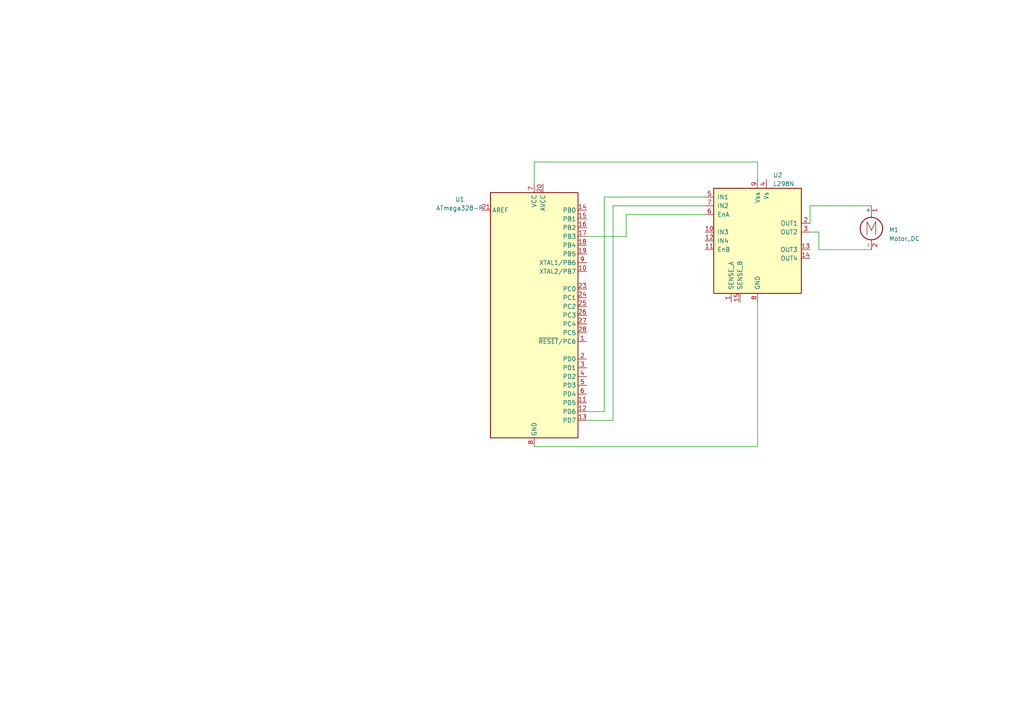
<source format=kicad_sch>
(kicad_sch (version 20230121) (generator eeschema)
  (paper "A4")
  (lib_symbols
    (symbol "Driver_Motor:L298N" (pin_names (offset 1.016))
      (property "Reference" "U" (at -10.16 16.51 0))
      (property "Value" "L298N" (at 12.7 16.51 0))
      (symbol "L298N_0_1"
        (rectangle (start -12.7 15.24) (end 12.7 -15.24) (stroke (width 0.254)) (fill (type background)))
      )
      (symbol "L298N_1_1"
        (pin power_in line (at -7.62 -17.78 90) (length 2.54) (name "SENSE_A") (number "1"))
        (pin input line (at -15.24 2.54 0) (length 2.54) (name "IN3") (number "10"))
        (pin input line (at -15.24 -2.54 0) (length 2.54) (name "EnB") (number "11"))
        (pin input line (at -15.24 0 0) (length 2.54) (name "IN4") (number "12"))
        (pin output line (at 15.24 -2.54 180) (length 2.54) (name "OUT3") (number "13"))
        (pin output line (at 15.24 -5.08 180) (length 2.54) (name "OUT4") (number "14"))
        (pin power_in line (at -5.08 -17.78 90) (length 2.54) (name "SENSE_B") (number "15"))
        (pin output line (at 15.24 5.08 180) (length 2.54) (name "OUT1") (number "2"))
        (pin output line (at 15.24 2.54 180) (length 2.54) (name "OUT2") (number "3"))
        (pin power_in line (at 2.54 17.78 270) (length 2.54) (name "Vs") (number "4"))
        (pin input line (at -15.24 12.7 0) (length 2.54) (name "IN1") (number "5"))
        (pin input line (at -15.24 7.62 0) (length 2.54) (name "EnA") (number "6"))
        (pin input line (at -15.24 10.16 0) (length 2.54) (name "IN2") (number "7"))
        (pin power_in line (at 0 -17.78 90) (length 2.54) (name "GND") (number "8"))
        (pin power_in line (at 0 17.78 270) (length 2.54) (name "Vss") (number "9"))
      )
    )
    (symbol "MCU_Microchip_ATmega:ATmega328-P"
      (property "Reference" "U" (at -12.7 36.83 0))
      (property "Value" "ATmega328-P" (at 2.54 -36.83 0))
      (symbol "ATmega328-P_0_1"
        (rectangle (start -12.7 -35.56) (end 12.7 35.56) (stroke (width 0.254)) (fill (type background)))
      )
      (symbol "ATmega328-P_1_1"
        (pin bidirectional line (at 15.24 -7.62 180) (length 2.54) (name "~{RESET}/PC6") (number "1"))
        (pin bidirectional line (at 15.24 12.7 180) (length 2.54) (name "XTAL2/PB7") (number "10"))
        (pin bidirectional line (at 15.24 -25.4 180) (length 2.54) (name "PD5") (number "11"))
        (pin bidirectional line (at 15.24 -27.94 180) (length 2.54) (name "PD6") (number "12"))
        (pin bidirectional line (at 15.24 -30.48 180) (length 2.54) (name "PD7") (number "13"))
        (pin bidirectional line (at 15.24 30.48 180) (length 2.54) (name "PB0") (number "14"))
        (pin bidirectional line (at 15.24 27.94 180) (length 2.54) (name "PB1") (number "15"))
        (pin bidirectional line (at 15.24 25.4 180) (length 2.54) (name "PB2") (number "16"))
        (pin bidirectional line (at 15.24 22.86 180) (length 2.54) (name "PB3") (number "17"))
        (pin bidirectional line (at 15.24 20.32 180) (length 2.54) (name "PB4") (number "18"))
        (pin bidirectional line (at 15.24 17.78 180) (length 2.54) (name "PB5") (number "19"))
        (pin bidirectional line (at 15.24 -12.7 180) (length 2.54) (name "PD0") (number "2"))
        (pin power_in line (at 2.54 38.1 270) (length 2.54) (name "AVCC") (number "20"))
        (pin passive line (at -15.24 30.48 0) (length 2.54) (name "AREF") (number "21"))
        (pin passive line (at 0 -38.1 90) (length 2.54) hide (name "GND") (number "22"))
        (pin bidirectional line (at 15.24 7.62 180) (length 2.54) (name "PC0") (number "23"))
        (pin bidirectional line (at 15.24 5.08 180) (length 2.54) (name "PC1") (number "24"))
        (pin bidirectional line (at 15.24 2.54 180) (length 2.54) (name "PC2") (number "25"))
        (pin bidirectional line (at 15.24 0 180) (length 2.54) (name "PC3") (number "26"))
        (pin bidirectional line (at 15.24 -2.54 180) (length 2.54) (name "PC4") (number "27"))
        (pin bidirectional line (at 15.24 -5.08 180) (length 2.54) (name "PC5") (number "28"))
        (pin bidirectional line (at 15.24 -15.24 180) (length 2.54) (name "PD1") (number "3"))
        (pin bidirectional line (at 15.24 -17.78 180) (length 2.54) (name "PD2") (number "4"))
        (pin bidirectional line (at 15.24 -20.32 180) (length 2.54) (name "PD3") (number "5"))
        (pin bidirectional line (at 15.24 -22.86 180) (length 2.54) (name "PD4") (number "6"))
        (pin power_in line (at 0 38.1 270) (length 2.54) (name "VCC") (number "7"))
        (pin power_in line (at 0 -38.1 90) (length 2.54) (name "GND") (number "8"))
        (pin bidirectional line (at 15.24 15.24 180) (length 2.54) (name "XTAL1/PB6") (number "9"))
      )
    )
    (symbol "Motor:Motor_DC" (pin_names (offset 0))
      (property "Reference" "M" (at 2.54 2.54 0))
      (property "Value" "Motor_DC" (at 2.54 -5.08 0))
      (symbol "Motor_DC_0_0"
        (polyline (pts (xy -1.27 -3.302) (xy -1.27 0.508) (xy 0 -2.032) (xy 1.27 0.508) (xy 1.27 -3.302)))
      )
      (symbol "Motor_DC_0_1"
        (circle (center 0 -1.524) (radius 3.2512) (stroke (width 0.254)))
        (polyline (pts (xy 0 -7.62) (xy 0 -7.112)))
        (polyline (pts (xy 0 -4.7752) (xy 0 -5.1816)))
        (polyline (pts (xy 0 1.7272) (xy 0 2.0828)))
        (polyline (pts (xy 0 2.032) (xy 0 2.54)))
      )
      (symbol "Motor_DC_1_1"
        (pin passive line (at 0 5.08 270) (length 2.54) (name "+") (number "1"))
        (pin passive line (at 0 -7.62 90) (length 2.54) (name "-") (number "2"))
      )
    )
  )
  (wire (pts (xy 204.47 62.23) (xy 181.61 62.23)))
  (wire (pts (xy 219.71 46.99) (xy 154.94 46.99)))
  (wire (pts (xy 234.95 59.69) (xy 234.95 64.77)))
  (wire (pts (xy 219.71 129.54) (xy 219.71 87.63)))
  (wire (pts (xy 175.26 57.15) (xy 175.26 119.38)))
  (wire (pts (xy 237.49 72.39) (xy 237.49 67.31)))
  (wire (pts (xy 204.47 57.15) (xy 175.26 57.15)))
  (wire (pts (xy 181.61 68.58) (xy 170.18 68.58)))
  (wire (pts (xy 177.8 121.92) (xy 177.8 59.69)))
  (wire (pts (xy 252.73 72.39) (xy 237.49 72.39)))
  (wire (pts (xy 154.94 46.99) (xy 154.94 53.34)))
  (wire (pts (xy 181.61 62.23) (xy 181.61 68.58)))
  (wire (pts (xy 177.8 59.69) (xy 204.47 59.69)))
  (wire (pts (xy 154.94 129.54) (xy 219.71 129.54)))
  (wire (pts (xy 175.26 119.38) (xy 170.18 119.38)))
  (wire (pts (xy 219.71 52.07) (xy 219.71 46.99)))
  (wire (pts (xy 237.49 67.31) (xy 234.95 67.31)))
  (wire (pts (xy 170.18 121.92) (xy 177.8 121.92)))
  (wire (pts (xy 252.73 59.69) (xy 234.95 59.69)))
  (symbol (lib_id "Motor:Motor_DC") (at 252.73 64.77 0) (unit 1)
    (property "Reference" "M1" (at 257.81 66.675 0) (effects (justify left)))
    (property "Value" "Motor_DC" (at 257.81 69.215 0) (effects (justify left)))
  )
  (symbol (lib_id "Driver_Motor:L298N") (at 219.71 69.85 0) (unit 1)
    (property "Reference" "U2" (at 224.2059 50.8 0) (effects (justify left)))
    (property "Value" "L298N" (at 224.2059 53.34 0) (effects (justify left)))
    (property "Footprint" "Package_TO_SOT_THT:TO-220-15_P2.54x2.54mm_StaggerOdd_Lead4.58mm_Vertical" (effects hide))
    (property "Datasheet" "http://www.st.com/st-web-ui/static/active/en/resource/technical/document/datasheet/CD00000240.pdf" (effects hide))
  )
  (symbol (lib_id "MCU_Microchip_ATmega:ATmega328-P") (at 154.94 91.44 0) (unit 1)
    (property "Reference" "U1" (at 133.35 57.8359 0))
    (property "Value" "ATmega328-P" (at 133.35 60.3759 0))
    (property "Footprint" "Package_DIP:DIP-28_W7.62mm" (effects hide))
    (property "Datasheet" "http://ww1.microchip.com/downloads/en/DeviceDoc/ATmega328_P%20AVR%20MCU%20with%20picoPower%20Technology%20Data%20Sheet%2040001984A.pdf" (effects hide))
  )
)
</source>
